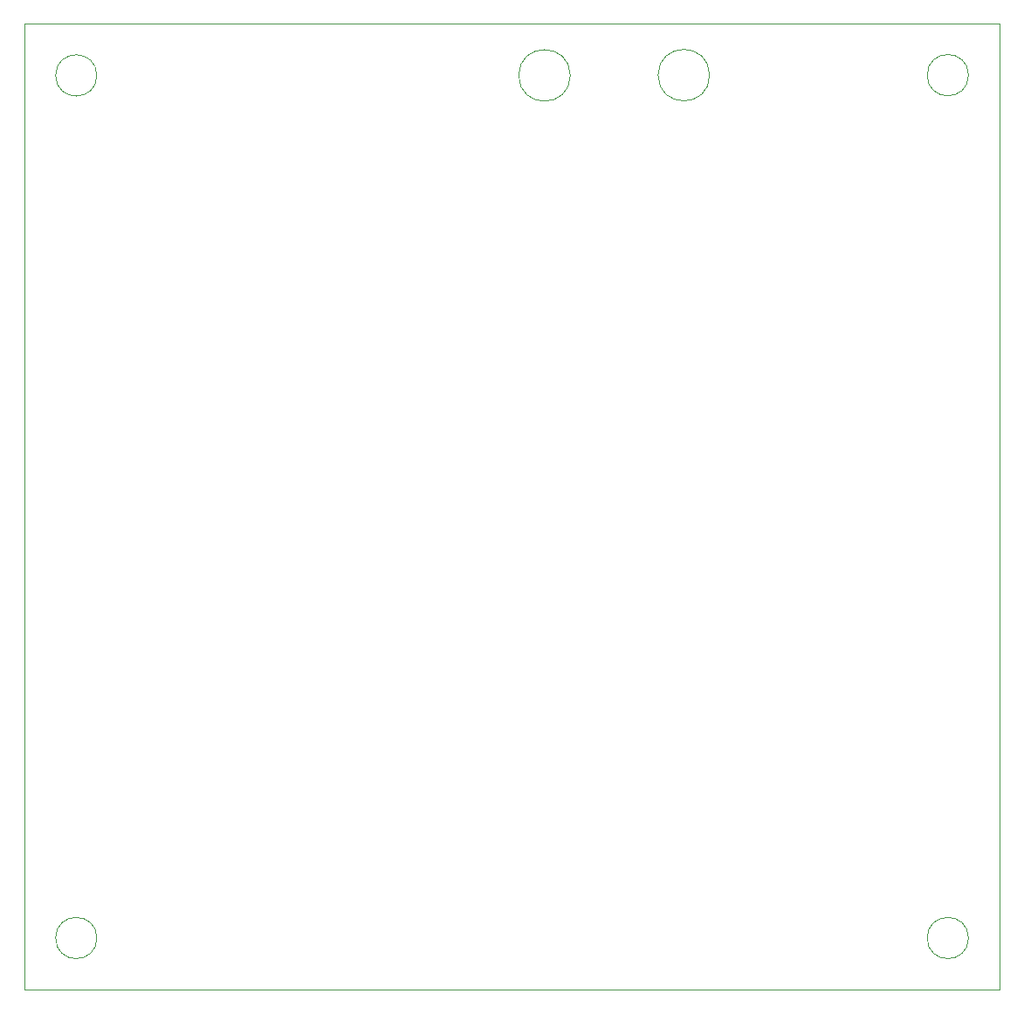
<source format=gm1>
G04 #@! TF.GenerationSoftware,KiCad,Pcbnew,9.0.4*
G04 #@! TF.CreationDate,2025-09-25T22:40:15-06:00*
G04 #@! TF.ProjectId,Teensy_Controler,5465656e-7379-45f4-936f-6e74726f6c65,rev?*
G04 #@! TF.SameCoordinates,Original*
G04 #@! TF.FileFunction,Profile,NP*
%FSLAX46Y46*%
G04 Gerber Fmt 4.6, Leading zero omitted, Abs format (unit mm)*
G04 Created by KiCad (PCBNEW 9.0.4) date 2025-09-25 22:40:15*
%MOMM*%
%LPD*%
G01*
G04 APERTURE LIST*
G04 #@! TA.AperFunction,Profile*
%ADD10C,0.050000*%
G04 #@! TD*
G04 APERTURE END LIST*
D10*
X151979000Y-44348400D02*
G75*
G02*
X146979000Y-44348400I-2500000J0D01*
G01*
X146979000Y-44348400D02*
G75*
G02*
X151979000Y-44348400I2500000J0D01*
G01*
X92551000Y-44373800D02*
G75*
G02*
X88551000Y-44373800I-2000000J0D01*
G01*
X88551000Y-44373800D02*
G75*
G02*
X92551000Y-44373800I2000000J0D01*
G01*
X177082200Y-128066800D02*
G75*
G02*
X173082200Y-128066800I-2000000J0D01*
G01*
X173082200Y-128066800D02*
G75*
G02*
X177082200Y-128066800I2000000J0D01*
G01*
X92551000Y-128066800D02*
G75*
G02*
X88551000Y-128066800I-2000000J0D01*
G01*
X88551000Y-128066800D02*
G75*
G02*
X92551000Y-128066800I2000000J0D01*
G01*
X85547200Y-39370000D02*
X180086000Y-39370000D01*
X180086000Y-133070600D01*
X85547200Y-133070600D01*
X85547200Y-39370000D01*
X138466200Y-44373800D02*
G75*
G02*
X133466200Y-44373800I-2500000J0D01*
G01*
X133466200Y-44373800D02*
G75*
G02*
X138466200Y-44373800I2500000J0D01*
G01*
X177082200Y-44348400D02*
G75*
G02*
X173082200Y-44348400I-2000000J0D01*
G01*
X173082200Y-44348400D02*
G75*
G02*
X177082200Y-44348400I2000000J0D01*
G01*
M02*

</source>
